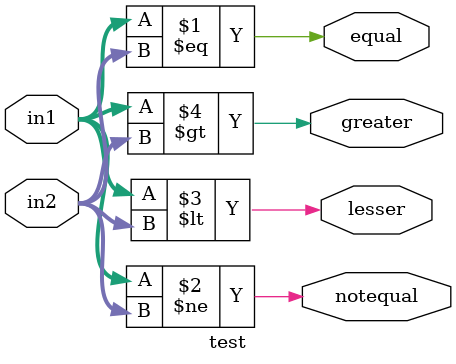
<source format=v>
module test(input [31:0] in1, in2, output equal, notequal, lesser, greater);

assign equal = (in1 == in2);
assign notequal = (in1 != in2);
assign lesser = (in1 < in2);
assign greater = (in1 > in2);

endmodule

</source>
